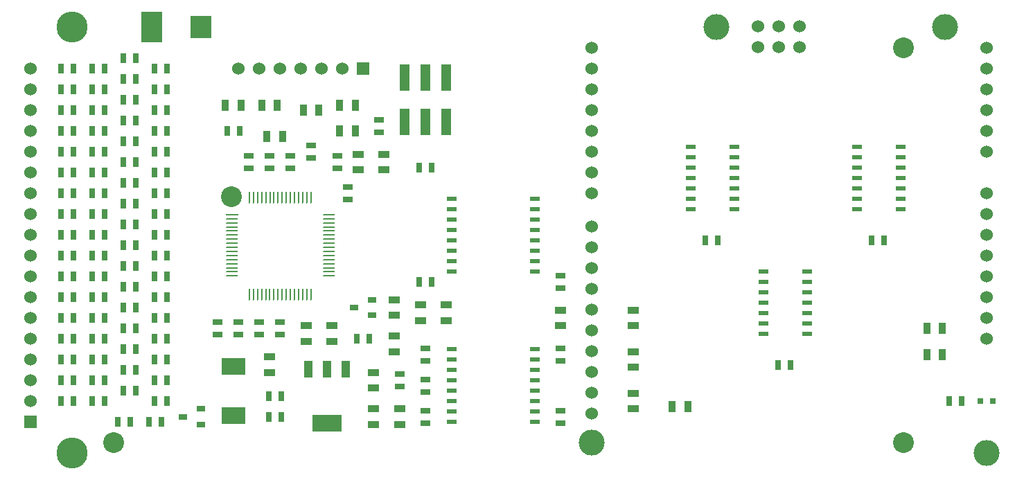
<source format=gts>
G04 #@! TF.FileFunction,Soldermask,Top*
%FSLAX46Y46*%
G04 Gerber Fmt 4.6, Leading zero omitted, Abs format (unit mm)*
G04 Created by KiCad (PCBNEW 4.0.1-3.201512221402+6198~38~ubuntu14.04.1-stable) date Sun Jan 24 13:17:44 2016*
%MOMM*%
G01*
G04 APERTURE LIST*
%ADD10C,0.150000*%
%ADD11C,2.540000*%
%ADD12C,3.797300*%
%ADD13R,1.524000X0.248920*%
%ADD14O,1.524000X0.248920*%
%ADD15O,0.248920X1.524000*%
%ADD16R,1.000760X0.800100*%
%ADD17R,3.657600X2.032000*%
%ADD18R,1.016000X2.032000*%
%ADD19R,1.143000X0.508000*%
%ADD20R,2.999740X1.998980*%
%ADD21R,1.397000X0.889000*%
%ADD22R,0.889000X1.397000*%
%ADD23R,0.635000X1.143000*%
%ADD24R,1.143000X0.635000*%
%ADD25R,0.797560X0.797560*%
%ADD26R,1.270000X3.180000*%
%ADD27R,1.524000X1.524000*%
%ADD28C,1.524000*%
%ADD29C,3.175000*%
%ADD30R,2.550160X2.700020*%
%ADD31R,2.550160X3.799840*%
G04 APERTURE END LIST*
D10*
D11*
X170180000Y-83820000D03*
X170180000Y-35560000D03*
X73660000Y-83820000D03*
D12*
X68580000Y-85090000D03*
X68580000Y-33020000D03*
D13*
X88110060Y-55940960D03*
D14*
X88110060Y-56441340D03*
X88110060Y-56941720D03*
X88110060Y-57442100D03*
X88110060Y-57942480D03*
X88110060Y-58440320D03*
X88110060Y-58940700D03*
X88110060Y-59441080D03*
X88110060Y-59941460D03*
X88110060Y-60441840D03*
X88110060Y-60942220D03*
X88110060Y-61440060D03*
X88110060Y-61940440D03*
X88110060Y-62440820D03*
X88110060Y-62941200D03*
X88110060Y-63441580D03*
D15*
X90230960Y-65722500D03*
X90731340Y-65722500D03*
X91231720Y-65722500D03*
X91732100Y-65722500D03*
X92232480Y-65722500D03*
X92730320Y-65722500D03*
X93230700Y-65722500D03*
X93731080Y-65722500D03*
X94231460Y-65722500D03*
X94731840Y-65722500D03*
X95232220Y-65722500D03*
X95730060Y-65722500D03*
X96230440Y-65722500D03*
X96730820Y-65722500D03*
X97231200Y-65722500D03*
X97731580Y-65722500D03*
D14*
X100012500Y-63441580D03*
X100012500Y-62941200D03*
X100012500Y-62440820D03*
X100012500Y-61940440D03*
X100012500Y-61440060D03*
X100012500Y-60942220D03*
X100012500Y-60441840D03*
X100012500Y-59941460D03*
X100012500Y-59441080D03*
X100012500Y-58940700D03*
X100012500Y-58440320D03*
X100012500Y-57942480D03*
X100012500Y-57442100D03*
X100012500Y-56941720D03*
X100012500Y-56441340D03*
X100012500Y-55940960D03*
D15*
X97731580Y-53820060D03*
X97231200Y-53820060D03*
X96230440Y-53820060D03*
X96730820Y-53802280D03*
X95730060Y-53820060D03*
X95232220Y-53820060D03*
X94731840Y-53820060D03*
X94231460Y-53820060D03*
X93731080Y-53820060D03*
X93230700Y-53820060D03*
X92737940Y-53820060D03*
X92237560Y-53820060D03*
X91737180Y-53820060D03*
X91236800Y-53820060D03*
X90738960Y-53820060D03*
X90238580Y-53820060D03*
D16*
X103040180Y-67310000D03*
X105239820Y-66357500D03*
X105239820Y-68262500D03*
X82085180Y-80645000D03*
X84284820Y-79692500D03*
X84284820Y-81597500D03*
D17*
X99695000Y-81407000D03*
D18*
X99695000Y-74803000D03*
X97409000Y-74803000D03*
X101981000Y-74803000D03*
D19*
X125095000Y-81280000D03*
X125095000Y-80010000D03*
X125095000Y-78740000D03*
X125095000Y-77470000D03*
X125095000Y-76200000D03*
X125095000Y-74930000D03*
X125095000Y-73660000D03*
X125095000Y-72390000D03*
X114935000Y-72390000D03*
X114935000Y-73660000D03*
X114935000Y-74930000D03*
X114935000Y-76200000D03*
X114935000Y-77470000D03*
X114935000Y-78740000D03*
X114935000Y-80010000D03*
X114935000Y-81280000D03*
X125095000Y-62865000D03*
X125095000Y-61595000D03*
X125095000Y-60325000D03*
X125095000Y-59055000D03*
X125095000Y-57785000D03*
X125095000Y-56515000D03*
X125095000Y-55245000D03*
X125095000Y-53975000D03*
X114935000Y-53975000D03*
X114935000Y-55245000D03*
X114935000Y-56515000D03*
X114935000Y-57785000D03*
X114935000Y-59055000D03*
X114935000Y-60325000D03*
X114935000Y-61595000D03*
X114935000Y-62865000D03*
X158369000Y-70485000D03*
X158369000Y-69215000D03*
X158369000Y-67945000D03*
X158369000Y-66675000D03*
X158369000Y-65405000D03*
X158369000Y-64135000D03*
X158369000Y-62865000D03*
X153035000Y-62865000D03*
X153035000Y-64135000D03*
X153035000Y-65405000D03*
X153035000Y-66675000D03*
X153035000Y-67945000D03*
X153035000Y-69215000D03*
X153035000Y-70485000D03*
X169799000Y-55245000D03*
X169799000Y-53975000D03*
X169799000Y-52705000D03*
X169799000Y-51435000D03*
X169799000Y-50165000D03*
X169799000Y-48895000D03*
X169799000Y-47625000D03*
X164465000Y-47625000D03*
X164465000Y-48895000D03*
X164465000Y-50165000D03*
X164465000Y-51435000D03*
X164465000Y-52705000D03*
X164465000Y-53975000D03*
X164465000Y-55245000D03*
X149479000Y-55245000D03*
X149479000Y-53975000D03*
X149479000Y-52705000D03*
X149479000Y-51435000D03*
X149479000Y-50165000D03*
X149479000Y-48895000D03*
X149479000Y-47625000D03*
X144145000Y-47625000D03*
X144145000Y-48895000D03*
X144145000Y-50165000D03*
X144145000Y-51435000D03*
X144145000Y-52705000D03*
X144145000Y-53975000D03*
X144145000Y-55245000D03*
D20*
X88265000Y-74470260D03*
X88265000Y-80469740D03*
D21*
X137160000Y-79692500D03*
X137160000Y-77787500D03*
X137160000Y-74612500D03*
X137160000Y-72707500D03*
D22*
X141922500Y-79375000D03*
X143827500Y-79375000D03*
D21*
X107950000Y-72707500D03*
X107950000Y-70802500D03*
X108585000Y-81597500D03*
X108585000Y-79692500D03*
X105410000Y-75247500D03*
X105410000Y-77152500D03*
D22*
X173037500Y-73025000D03*
X174942500Y-73025000D03*
X173037500Y-69850000D03*
X174942500Y-69850000D03*
D21*
X107950000Y-66357500D03*
X107950000Y-68262500D03*
X105410000Y-81597500D03*
X105410000Y-79692500D03*
D22*
X101282500Y-42545000D03*
X103187500Y-42545000D03*
D21*
X92710000Y-75247500D03*
X92710000Y-73342500D03*
X100330000Y-69532500D03*
X100330000Y-71437500D03*
D22*
X98742500Y-43180000D03*
X96837500Y-43180000D03*
D21*
X97155000Y-69532500D03*
X97155000Y-71437500D03*
D22*
X87312500Y-42545000D03*
X89217500Y-42545000D03*
X101282500Y-45720000D03*
X103187500Y-45720000D03*
X93662500Y-42545000D03*
X91757500Y-42545000D03*
D21*
X137160000Y-69532500D03*
X137160000Y-67627500D03*
X128270000Y-69532500D03*
X128270000Y-67627500D03*
X114300000Y-66992500D03*
X114300000Y-68897500D03*
X111125000Y-68897500D03*
X111125000Y-66992500D03*
X106680000Y-50482500D03*
X106680000Y-48577500D03*
X103505000Y-50482500D03*
X103505000Y-48577500D03*
D22*
X94297500Y-46355000D03*
X92392500Y-46355000D03*
D23*
X166243000Y-59055000D03*
X167767000Y-59055000D03*
X145923000Y-59055000D03*
X147447000Y-59055000D03*
X79502000Y-81280000D03*
X77978000Y-81280000D03*
X75692000Y-81280000D03*
X74168000Y-81280000D03*
D24*
X111760000Y-77597000D03*
X111760000Y-76073000D03*
X106045000Y-45847000D03*
X106045000Y-44323000D03*
D23*
X154813000Y-74295000D03*
X156337000Y-74295000D03*
D24*
X111760000Y-81407000D03*
X111760000Y-79883000D03*
X111760000Y-73787000D03*
X111760000Y-72263000D03*
X128270000Y-73787000D03*
X128270000Y-72263000D03*
X108585000Y-76962000D03*
X108585000Y-75438000D03*
X128270000Y-81407000D03*
X128270000Y-79883000D03*
D23*
X112522000Y-64135000D03*
X110998000Y-64135000D03*
D24*
X91440000Y-69088000D03*
X91440000Y-70612000D03*
X92710000Y-50292000D03*
X92710000Y-48768000D03*
X93980000Y-70612000D03*
X93980000Y-69088000D03*
X95250000Y-48768000D03*
X95250000Y-50292000D03*
D23*
X87503000Y-45720000D03*
X89027000Y-45720000D03*
D24*
X97790000Y-49022000D03*
X97790000Y-47498000D03*
X90170000Y-50292000D03*
X90170000Y-48768000D03*
D23*
X177292000Y-78740000D03*
X175768000Y-78740000D03*
D24*
X128270000Y-63373000D03*
X128270000Y-64897000D03*
D23*
X110998000Y-50165000D03*
X112522000Y-50165000D03*
D24*
X100965000Y-50292000D03*
X100965000Y-48768000D03*
X88900000Y-69088000D03*
X88900000Y-70612000D03*
X102235000Y-54102000D03*
X102235000Y-52578000D03*
X86360000Y-69088000D03*
X86360000Y-70612000D03*
D23*
X103378000Y-71120000D03*
X104902000Y-71120000D03*
X94107000Y-78105000D03*
X92583000Y-78105000D03*
D25*
X181089300Y-78740000D03*
X179590700Y-78740000D03*
D26*
X111760000Y-44630000D03*
X114300000Y-44630000D03*
X109220000Y-44630000D03*
X111760000Y-39190000D03*
X109220000Y-39190000D03*
X114300000Y-39190000D03*
D23*
X67183000Y-53340000D03*
X68707000Y-53340000D03*
X67183000Y-58420000D03*
X68707000Y-58420000D03*
X67183000Y-55880000D03*
X68707000Y-55880000D03*
X67183000Y-50800000D03*
X68707000Y-50800000D03*
X67183000Y-78740000D03*
X68707000Y-78740000D03*
X67183000Y-76200000D03*
X68707000Y-76200000D03*
X67183000Y-71120000D03*
X68707000Y-71120000D03*
X67183000Y-73660000D03*
X68707000Y-73660000D03*
X67183000Y-45720000D03*
X68707000Y-45720000D03*
X67183000Y-48260000D03*
X68707000Y-48260000D03*
X67183000Y-40640000D03*
X68707000Y-40640000D03*
X67183000Y-43180000D03*
X68707000Y-43180000D03*
X67183000Y-38100000D03*
X68707000Y-38100000D03*
X67183000Y-63500000D03*
X68707000Y-63500000D03*
X67183000Y-60960000D03*
X68707000Y-60960000D03*
X67183000Y-66040000D03*
X68707000Y-66040000D03*
X67183000Y-68580000D03*
X68707000Y-68580000D03*
X78613000Y-58420000D03*
X80137000Y-58420000D03*
X70993000Y-58420000D03*
X72517000Y-58420000D03*
X74803000Y-57150000D03*
X76327000Y-57150000D03*
X74803000Y-54610000D03*
X76327000Y-54610000D03*
X70993000Y-55880000D03*
X72517000Y-55880000D03*
X78613000Y-55880000D03*
X80137000Y-55880000D03*
X78613000Y-50800000D03*
X80137000Y-50800000D03*
X70993000Y-50800000D03*
X72517000Y-50800000D03*
X74803000Y-49530000D03*
X76327000Y-49530000D03*
X74803000Y-41910000D03*
X76327000Y-41910000D03*
X78613000Y-78740000D03*
X80137000Y-78740000D03*
X70993000Y-78740000D03*
X72517000Y-78740000D03*
X74803000Y-77470000D03*
X76327000Y-77470000D03*
X74803000Y-74930000D03*
X76327000Y-74930000D03*
X70993000Y-76200000D03*
X72517000Y-76200000D03*
X78613000Y-76200000D03*
X80137000Y-76200000D03*
X78613000Y-71120000D03*
X80137000Y-71120000D03*
X70993000Y-71120000D03*
X72517000Y-71120000D03*
X74803000Y-69850000D03*
X76327000Y-69850000D03*
X74803000Y-72390000D03*
X76327000Y-72390000D03*
X78613000Y-48260000D03*
X80137000Y-48260000D03*
X70993000Y-48260000D03*
X72517000Y-48260000D03*
X74803000Y-46990000D03*
X76327000Y-46990000D03*
X74803000Y-52070000D03*
X76327000Y-52070000D03*
X74803000Y-44450000D03*
X76327000Y-44450000D03*
X70993000Y-45720000D03*
X72517000Y-45720000D03*
X78613000Y-45720000D03*
X80137000Y-45720000D03*
X78613000Y-40640000D03*
X80137000Y-40640000D03*
X70993000Y-40640000D03*
X72517000Y-40640000D03*
X74803000Y-39370000D03*
X76327000Y-39370000D03*
X70993000Y-38100000D03*
X72517000Y-38100000D03*
X70993000Y-43180000D03*
X72517000Y-43180000D03*
X78613000Y-43180000D03*
X80137000Y-43180000D03*
X78613000Y-53340000D03*
X80137000Y-53340000D03*
X70993000Y-53340000D03*
X72517000Y-53340000D03*
X78613000Y-38100000D03*
X80137000Y-38100000D03*
X74803000Y-36830000D03*
X76327000Y-36830000D03*
X78613000Y-73660000D03*
X80137000Y-73660000D03*
X70993000Y-73660000D03*
X72517000Y-73660000D03*
X70993000Y-63500000D03*
X72517000Y-63500000D03*
X74803000Y-62230000D03*
X76327000Y-62230000D03*
X74803000Y-59690000D03*
X76327000Y-59690000D03*
X70993000Y-60960000D03*
X72517000Y-60960000D03*
X78613000Y-63500000D03*
X80137000Y-63500000D03*
X78613000Y-60960000D03*
X80137000Y-60960000D03*
X78613000Y-66040000D03*
X80137000Y-66040000D03*
X70993000Y-66040000D03*
X72517000Y-66040000D03*
X74803000Y-64770000D03*
X76327000Y-64770000D03*
X74803000Y-67310000D03*
X76327000Y-67310000D03*
X70993000Y-68580000D03*
X72517000Y-68580000D03*
X78613000Y-68580000D03*
X80137000Y-68580000D03*
D27*
X104140000Y-38100000D03*
D28*
X101600000Y-38100000D03*
X99060000Y-38100000D03*
X96520000Y-38100000D03*
X93980000Y-38100000D03*
X91440000Y-38100000D03*
X88900000Y-38100000D03*
D27*
X63500000Y-81280000D03*
D28*
X63500000Y-78740000D03*
X63500000Y-76200000D03*
X63500000Y-73660000D03*
X63500000Y-71120000D03*
X63500000Y-68580000D03*
X63500000Y-66040000D03*
X63500000Y-63500000D03*
X63500000Y-60960000D03*
X63500000Y-58420000D03*
X63500000Y-55880000D03*
X63500000Y-53340000D03*
X63500000Y-50800000D03*
X63500000Y-48260000D03*
X63500000Y-45720000D03*
X63500000Y-43180000D03*
X63500000Y-40640000D03*
X63500000Y-38100000D03*
X180340000Y-71120000D03*
X180340000Y-68580000D03*
X180340000Y-66040000D03*
X180340000Y-63500000D03*
X180340000Y-60960000D03*
X180340000Y-58420000D03*
X180340000Y-55880000D03*
X180340000Y-53340000D03*
X180340000Y-48260000D03*
X180340000Y-45720000D03*
X180340000Y-43180000D03*
X180340000Y-40640000D03*
X180340000Y-38100000D03*
X180340000Y-35560000D03*
X152400000Y-35433000D03*
X154940000Y-35433000D03*
X157480000Y-35433000D03*
X157480000Y-32893000D03*
X154940000Y-32893000D03*
X152400000Y-32893000D03*
X132080000Y-35560000D03*
X132080000Y-38100000D03*
X132080000Y-40640000D03*
X132080000Y-43180000D03*
X132080000Y-45720000D03*
X132080000Y-48260000D03*
X132080000Y-50800000D03*
X132080000Y-53340000D03*
X132080000Y-57404000D03*
X132080000Y-59944000D03*
X132080000Y-62484000D03*
X132080000Y-65024000D03*
X132080000Y-67564000D03*
X132080000Y-70104000D03*
X132080000Y-72644000D03*
X132080000Y-75184000D03*
X132080000Y-77724000D03*
X132080000Y-80264000D03*
D29*
X132080000Y-83820000D03*
X147320000Y-33020000D03*
X180340000Y-85090000D03*
X175260000Y-33020000D03*
D30*
X84279740Y-33020000D03*
D31*
X78280260Y-33020000D03*
D23*
X92583000Y-80645000D03*
X94107000Y-80645000D03*
D11*
X88011000Y-53784500D03*
M02*

</source>
